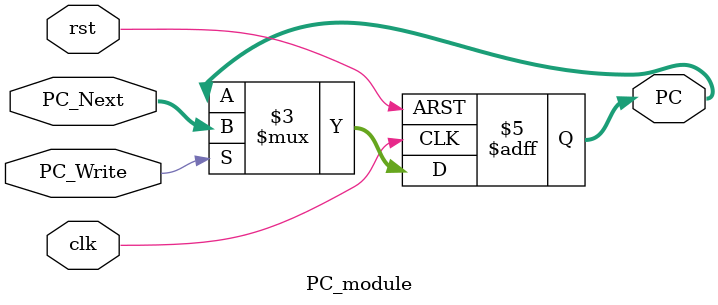
<source format=v>
module PC_module(
    input clk,
    input rst,
    input PC_Write,           // Tín hiệu cho phép cập nhật PC
    input [31:0] PC_Next,
    output reg [31:0] PC
);
    always @(posedge clk or negedge rst) begin
        if (rst == 1'b0) begin
            PC <= 32'h00000000;
        end
        else if (PC_Write) begin  // Chỉ cập nhật PC khi PC_Write = 1
            PC <= PC_Next;
        end
        // Nếu PC_Write = 0 (stall), giữ nguyên giá trị PC
    end
endmodule
</source>
